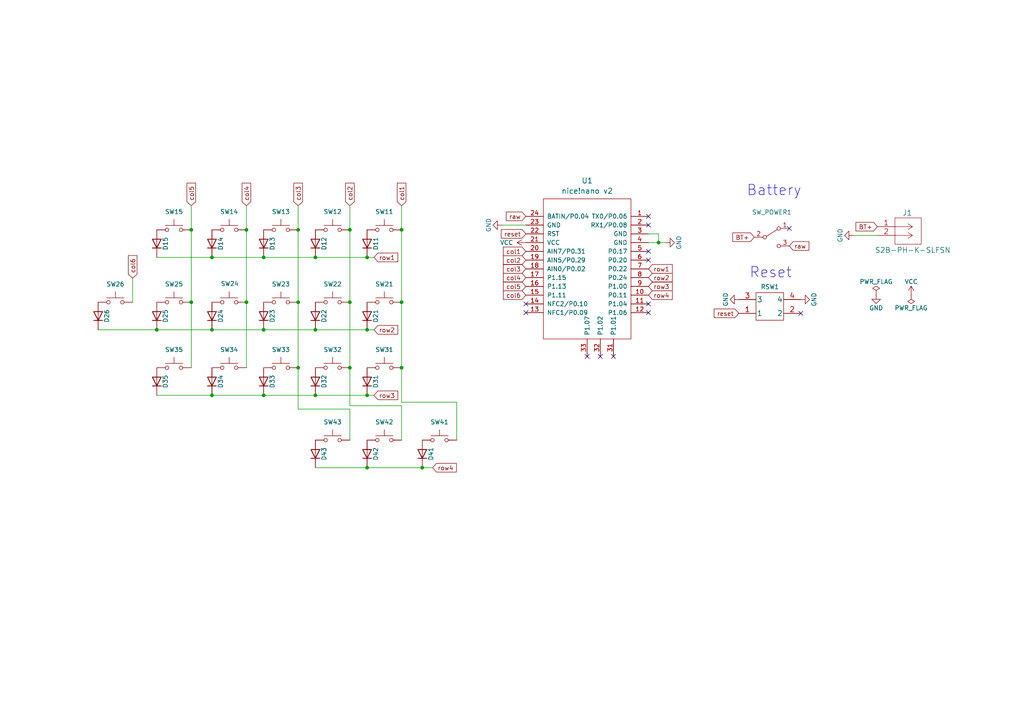
<source format=kicad_sch>
(kicad_sch (version 20211123) (generator eeschema)
  (paper "A4")
  (lib_symbols
    (symbol "D_1" (pin_numbers hide) (pin_names (offset 1.016) hide)
      (property "Reference" "D" (at 0 2.54 0))
      (property "Value" "D_1" (at 0 -2.54 0))
      (symbol "D_1_0_1"
        (polyline (pts (xy -1.27 1.27) (xy -1.27 -1.27)) (stroke (width 0.254)))
        (polyline (pts (xy 1.27 0) (xy -1.27 0)))
        (polyline (pts (xy 1.27 1.27) (xy 1.27 -1.27) (xy -1.27 0) (xy 1.27 1.27)) (stroke (width 0.254)))
      )
      (symbol "D_1_1_1"
        (pin passive line (at -4 0 0) (length 2.75) (name "K") (number "1"))
        (pin passive line (at 4 0 180) (length 2.75) (name "A") (number "2"))
      )
    )
    (symbol "D_10" (pin_numbers hide) (pin_names (offset 1.016) hide)
      (property "Reference" "D" (at 0 2.54 0))
      (property "Value" "D_10" (at 0 -2.54 0))
      (symbol "D_10_0_1"
        (polyline (pts (xy -1.27 1.27) (xy -1.27 -1.27)) (stroke (width 0.254)))
        (polyline (pts (xy 1.27 0) (xy -1.27 0)))
        (polyline (pts (xy 1.27 1.27) (xy 1.27 -1.27) (xy -1.27 0) (xy 1.27 1.27)) (stroke (width 0.254)))
      )
      (symbol "D_10_1_1"
        (pin passive line (at -4 0 0) (length 2.75) (name "K") (number "1"))
        (pin passive line (at 4 0 180) (length 2.75) (name "A") (number "2"))
      )
    )
    (symbol "D_11" (pin_numbers hide) (pin_names (offset 1.016) hide)
      (property "Reference" "D" (at 0 2.54 0))
      (property "Value" "D_11" (at 0 -2.54 0))
      (symbol "D_11_0_1"
        (polyline (pts (xy -1.27 1.27) (xy -1.27 -1.27)) (stroke (width 0.254)))
        (polyline (pts (xy 1.27 0) (xy -1.27 0)))
        (polyline (pts (xy 1.27 1.27) (xy 1.27 -1.27) (xy -1.27 0) (xy 1.27 1.27)) (stroke (width 0.254)))
      )
      (symbol "D_11_1_1"
        (pin passive line (at -4 0 0) (length 2.75) (name "K") (number "1"))
        (pin passive line (at 4 0 180) (length 2.75) (name "A") (number "2"))
      )
    )
    (symbol "D_12" (pin_numbers hide) (pin_names (offset 1.016) hide)
      (property "Reference" "D" (at 0 2.54 0))
      (property "Value" "D_12" (at 0 -2.54 0))
      (symbol "D_12_0_1"
        (polyline (pts (xy -1.27 1.27) (xy -1.27 -1.27)) (stroke (width 0.254)))
        (polyline (pts (xy 1.27 0) (xy -1.27 0)))
        (polyline (pts (xy 1.27 1.27) (xy 1.27 -1.27) (xy -1.27 0) (xy 1.27 1.27)) (stroke (width 0.254)))
      )
      (symbol "D_12_1_1"
        (pin passive line (at -4 0 0) (length 2.75) (name "K") (number "1"))
        (pin passive line (at 4 0 180) (length 2.75) (name "A") (number "2"))
      )
    )
    (symbol "D_13" (pin_numbers hide) (pin_names (offset 1.016) hide)
      (property "Reference" "D" (at 0 2.54 0))
      (property "Value" "D_13" (at 0 -2.54 0))
      (symbol "D_13_0_1"
        (polyline (pts (xy -1.27 1.27) (xy -1.27 -1.27)) (stroke (width 0.254)))
        (polyline (pts (xy 1.27 0) (xy -1.27 0)))
        (polyline (pts (xy 1.27 1.27) (xy 1.27 -1.27) (xy -1.27 0) (xy 1.27 1.27)) (stroke (width 0.254)))
      )
      (symbol "D_13_1_1"
        (pin passive line (at -4 0 0) (length 2.75) (name "K") (number "1"))
        (pin passive line (at 4 0 180) (length 2.75) (name "A") (number "2"))
      )
    )
    (symbol "D_14" (pin_numbers hide) (pin_names (offset 1.016) hide)
      (property "Reference" "D" (at 0 2.54 0))
      (property "Value" "D_14" (at 0 -2.54 0))
      (symbol "D_14_0_1"
        (polyline (pts (xy -1.27 1.27) (xy -1.27 -1.27)) (stroke (width 0.254)))
        (polyline (pts (xy 1.27 0) (xy -1.27 0)))
        (polyline (pts (xy 1.27 1.27) (xy 1.27 -1.27) (xy -1.27 0) (xy 1.27 1.27)) (stroke (width 0.254)))
      )
      (symbol "D_14_1_1"
        (pin passive line (at -4 0 0) (length 2.75) (name "K") (number "1"))
        (pin passive line (at 4 0 180) (length 2.75) (name "A") (number "2"))
      )
    )
    (symbol "D_15" (pin_numbers hide) (pin_names (offset 1.016) hide)
      (property "Reference" "D" (at 0 2.54 0))
      (property "Value" "D_15" (at 0 -2.54 0))
      (symbol "D_15_0_1"
        (polyline (pts (xy -1.27 1.27) (xy -1.27 -1.27)) (stroke (width 0.254)))
        (polyline (pts (xy 1.27 0) (xy -1.27 0)))
        (polyline (pts (xy 1.27 1.27) (xy 1.27 -1.27) (xy -1.27 0) (xy 1.27 1.27)) (stroke (width 0.254)))
      )
      (symbol "D_15_1_1"
        (pin passive line (at -4 0 0) (length 2.75) (name "K") (number "1"))
        (pin passive line (at 4 0 180) (length 2.75) (name "A") (number "2"))
      )
    )
    (symbol "D_16" (pin_numbers hide) (pin_names (offset 1.016) hide)
      (property "Reference" "D" (at 0 2.54 0))
      (property "Value" "D_16" (at 0 -2.54 0))
      (symbol "D_16_0_1"
        (polyline (pts (xy -1.27 1.27) (xy -1.27 -1.27)) (stroke (width 0.254)))
        (polyline (pts (xy 1.27 0) (xy -1.27 0)))
        (polyline (pts (xy 1.27 1.27) (xy 1.27 -1.27) (xy -1.27 0) (xy 1.27 1.27)) (stroke (width 0.254)))
      )
      (symbol "D_16_1_1"
        (pin passive line (at -4 0 0) (length 2.75) (name "K") (number "1"))
        (pin passive line (at 4 0 180) (length 2.75) (name "A") (number "2"))
      )
    )
    (symbol "D_17" (pin_numbers hide) (pin_names (offset 1.016) hide)
      (property "Reference" "D" (at 0 2.54 0))
      (property "Value" "D_17" (at 0 -2.54 0))
      (symbol "D_17_0_1"
        (polyline (pts (xy -1.27 1.27) (xy -1.27 -1.27)) (stroke (width 0.254)))
        (polyline (pts (xy 1.27 0) (xy -1.27 0)))
        (polyline (pts (xy 1.27 1.27) (xy 1.27 -1.27) (xy -1.27 0) (xy 1.27 1.27)) (stroke (width 0.254)))
      )
      (symbol "D_17_1_1"
        (pin passive line (at -4 0 0) (length 2.75) (name "K") (number "1"))
        (pin passive line (at 4 0 180) (length 2.75) (name "A") (number "2"))
      )
    )
    (symbol "D_18" (pin_numbers hide) (pin_names (offset 1.016) hide)
      (property "Reference" "D" (at 0 2.54 0))
      (property "Value" "D_18" (at 0 -2.54 0))
      (symbol "D_18_0_1"
        (polyline (pts (xy -1.27 1.27) (xy -1.27 -1.27)) (stroke (width 0.254)))
        (polyline (pts (xy 1.27 0) (xy -1.27 0)))
        (polyline (pts (xy 1.27 1.27) (xy 1.27 -1.27) (xy -1.27 0) (xy 1.27 1.27)) (stroke (width 0.254)))
      )
      (symbol "D_18_1_1"
        (pin passive line (at -4 0 0) (length 2.75) (name "K") (number "1"))
        (pin passive line (at 4 0 180) (length 2.75) (name "A") (number "2"))
      )
    )
    (symbol "D_2" (pin_numbers hide) (pin_names (offset 1.016) hide)
      (property "Reference" "D" (at 0 2.54 0))
      (property "Value" "D_2" (at 0 -2.54 0))
      (symbol "D_2_0_1"
        (polyline (pts (xy -1.27 1.27) (xy -1.27 -1.27)) (stroke (width 0.254)))
        (polyline (pts (xy 1.27 0) (xy -1.27 0)))
        (polyline (pts (xy 1.27 1.27) (xy 1.27 -1.27) (xy -1.27 0) (xy 1.27 1.27)) (stroke (width 0.254)))
      )
      (symbol "D_2_1_1"
        (pin passive line (at -4 0 0) (length 2.75) (name "K") (number "1"))
        (pin passive line (at 4 0 180) (length 2.75) (name "A") (number "2"))
      )
    )
    (symbol "D_3" (pin_numbers hide) (pin_names (offset 1.016) hide)
      (property "Reference" "D" (at 0 2.54 0))
      (property "Value" "D_3" (at 0 -2.54 0))
      (symbol "D_3_0_1"
        (polyline (pts (xy -1.27 1.27) (xy -1.27 -1.27)) (stroke (width 0.254)))
        (polyline (pts (xy 1.27 0) (xy -1.27 0)))
        (polyline (pts (xy 1.27 1.27) (xy 1.27 -1.27) (xy -1.27 0) (xy 1.27 1.27)) (stroke (width 0.254)))
      )
      (symbol "D_3_1_1"
        (pin passive line (at -4 0 0) (length 2.75) (name "K") (number "1"))
        (pin passive line (at 4 0 180) (length 2.75) (name "A") (number "2"))
      )
    )
    (symbol "D_4" (pin_numbers hide) (pin_names (offset 1.016) hide)
      (property "Reference" "D" (at 0 2.54 0))
      (property "Value" "D_4" (at 0 -2.54 0))
      (symbol "D_4_0_1"
        (polyline (pts (xy -1.27 1.27) (xy -1.27 -1.27)) (stroke (width 0.254)))
        (polyline (pts (xy 1.27 0) (xy -1.27 0)))
        (polyline (pts (xy 1.27 1.27) (xy 1.27 -1.27) (xy -1.27 0) (xy 1.27 1.27)) (stroke (width 0.254)))
      )
      (symbol "D_4_1_1"
        (pin passive line (at -4 0 0) (length 2.75) (name "K") (number "1"))
        (pin passive line (at 4 0 180) (length 2.75) (name "A") (number "2"))
      )
    )
    (symbol "D_5" (pin_numbers hide) (pin_names (offset 1.016) hide)
      (property "Reference" "D" (at 0 2.54 0))
      (property "Value" "D_5" (at 0 -2.54 0))
      (symbol "D_5_0_1"
        (polyline (pts (xy -1.27 1.27) (xy -1.27 -1.27)) (stroke (width 0.254)))
        (polyline (pts (xy 1.27 0) (xy -1.27 0)))
        (polyline (pts (xy 1.27 1.27) (xy 1.27 -1.27) (xy -1.27 0) (xy 1.27 1.27)) (stroke (width 0.254)))
      )
      (symbol "D_5_1_1"
        (pin passive line (at -4 0 0) (length 2.75) (name "K") (number "1"))
        (pin passive line (at 4 0 180) (length 2.75) (name "A") (number "2"))
      )
    )
    (symbol "D_6" (pin_numbers hide) (pin_names (offset 1.016) hide)
      (property "Reference" "D" (at 0 2.54 0))
      (property "Value" "D_6" (at 0 -2.54 0))
      (symbol "D_6_0_1"
        (polyline (pts (xy -1.27 1.27) (xy -1.27 -1.27)) (stroke (width 0.254)))
        (polyline (pts (xy 1.27 0) (xy -1.27 0)))
        (polyline (pts (xy 1.27 1.27) (xy 1.27 -1.27) (xy -1.27 0) (xy 1.27 1.27)) (stroke (width 0.254)))
      )
      (symbol "D_6_1_1"
        (pin passive line (at -4 0 0) (length 2.75) (name "K") (number "1"))
        (pin passive line (at 4 0 180) (length 2.75) (name "A") (number "2"))
      )
    )
    (symbol "D_7" (pin_numbers hide) (pin_names (offset 1.016) hide)
      (property "Reference" "D" (at 0 2.54 0))
      (property "Value" "D_7" (at 0 -2.54 0))
      (symbol "D_7_0_1"
        (polyline (pts (xy -1.27 1.27) (xy -1.27 -1.27)) (stroke (width 0.254)))
        (polyline (pts (xy 1.27 0) (xy -1.27 0)))
        (polyline (pts (xy 1.27 1.27) (xy 1.27 -1.27) (xy -1.27 0) (xy 1.27 1.27)) (stroke (width 0.254)))
      )
      (symbol "D_7_1_1"
        (pin passive line (at -4 0 0) (length 2.75) (name "K") (number "1"))
        (pin passive line (at 4 0 180) (length 2.75) (name "A") (number "2"))
      )
    )
    (symbol "D_8" (pin_numbers hide) (pin_names (offset 1.016) hide)
      (property "Reference" "D" (at 0 2.54 0))
      (property "Value" "D_8" (at 0 -2.54 0))
      (symbol "D_8_0_1"
        (polyline (pts (xy -1.27 1.27) (xy -1.27 -1.27)) (stroke (width 0.254)))
        (polyline (pts (xy 1.27 0) (xy -1.27 0)))
        (polyline (pts (xy 1.27 1.27) (xy 1.27 -1.27) (xy -1.27 0) (xy 1.27 1.27)) (stroke (width 0.254)))
      )
      (symbol "D_8_1_1"
        (pin passive line (at -4 0 0) (length 2.75) (name "K") (number "1"))
        (pin passive line (at 4 0 180) (length 2.75) (name "A") (number "2"))
      )
    )
    (symbol "D_9" (pin_numbers hide) (pin_names (offset 1.016) hide)
      (property "Reference" "D" (at 0 2.54 0))
      (property "Value" "D_9" (at 0 -2.54 0))
      (symbol "D_9_0_1"
        (polyline (pts (xy -1.27 1.27) (xy -1.27 -1.27)) (stroke (width 0.254)))
        (polyline (pts (xy 1.27 0) (xy -1.27 0)))
        (polyline (pts (xy 1.27 1.27) (xy 1.27 -1.27) (xy -1.27 0) (xy 1.27 1.27)) (stroke (width 0.254)))
      )
      (symbol "D_9_1_1"
        (pin passive line (at -4 0 0) (length 2.75) (name "K") (number "1"))
        (pin passive line (at 4 0 180) (length 2.75) (name "A") (number "2"))
      )
    )
    (symbol "Device:D" (pin_numbers hide) (pin_names (offset 1.016) hide)
      (property "Reference" "D" (at 0 2.54 0))
      (property "Value" "D" (at 0 -2.54 0))
      (symbol "D_0_1"
        (polyline (pts (xy -1.27 1.27) (xy -1.27 -1.27)) (stroke (width 0.254)))
        (polyline (pts (xy 1.27 0) (xy -1.27 0)))
        (polyline (pts (xy 1.27 1.27) (xy 1.27 -1.27) (xy -1.27 0) (xy 1.27 1.27)) (stroke (width 0.254)))
      )
      (symbol "D_1_1"
        (pin passive line (at -4 0 0) (length 2.75) (name "K") (number "1"))
        (pin passive line (at 4 0 180) (length 2.75) (name "A") (number "2"))
      )
    )
    (symbol "SW_Push_1" (pin_numbers hide) (pin_names (offset 1.016) hide)
      (property "Reference" "SW" (at 1.27 2.54 0))
      (property "Value" "SW_Push_1" (at 0 -1.524 0))
      (symbol "SW_Push_1_0_1"
        (circle (center -2.032 0) (radius 0.508))
        (polyline (pts (xy 0 1.27) (xy 0 3.048)))
        (polyline (pts (xy 2.54 1.27) (xy -2.54 1.27)))
        (circle (center 2.032 0) (radius 0.508))
        (pin passive line (at -5 0 0) (length 2.5) (name "1") (number "1"))
        (pin passive line (at 5 0 180) (length 2.5) (name "2") (number "2"))
      )
    )
    (symbol "SW_Push_10" (pin_numbers hide) (pin_names (offset 1.016) hide)
      (property "Reference" "SW" (at 1.27 2.54 0))
      (property "Value" "SW_Push_10" (at 0 -1.524 0))
      (symbol "SW_Push_10_0_1"
        (circle (center -2.032 0) (radius 0.508))
        (polyline (pts (xy 0 1.27) (xy 0 3.048)))
        (polyline (pts (xy 2.54 1.27) (xy -2.54 1.27)))
        (circle (center 2.032 0) (radius 0.508))
        (pin passive line (at -5 0 0) (length 2.5) (name "1") (number "1"))
        (pin passive line (at 5 0 180) (length 2.5) (name "2") (number "2"))
      )
    )
    (symbol "SW_Push_11" (pin_numbers hide) (pin_names (offset 1.016) hide)
      (property "Reference" "SW" (at 1.27 2.54 0))
      (property "Value" "SW_Push_11" (at 0 -1.524 0))
      (symbol "SW_Push_11_0_1"
        (circle (center -2.032 0) (radius 0.508))
        (polyline (pts (xy 0 1.27) (xy 0 3.048)))
        (polyline (pts (xy 2.54 1.27) (xy -2.54 1.27)))
        (circle (center 2.032 0) (radius 0.508))
        (pin passive line (at -5 0 0) (length 2.5) (name "1") (number "1"))
        (pin passive line (at 5 0 180) (length 2.5) (name "2") (number "2"))
      )
    )
    (symbol "SW_Push_12" (pin_numbers hide) (pin_names (offset 1.016) hide)
      (property "Reference" "SW" (at 1.27 2.54 0))
      (property "Value" "SW_Push_12" (at 0 -1.524 0))
      (symbol "SW_Push_12_0_1"
        (circle (center -2.032 0) (radius 0.508))
        (polyline (pts (xy 0 1.27) (xy 0 3.048)))
        (polyline (pts (xy 2.54 1.27) (xy -2.54 1.27)))
        (circle (center 2.032 0) (radius 0.508))
        (pin passive line (at -5 0 0) (length 2.5) (name "1") (number "1"))
        (pin passive line (at 5 0 180) (length 2.5) (name "2") (number "2"))
      )
    )
    (symbol "SW_Push_13" (pin_numbers hide) (pin_names (offset 1.016) hide)
      (property "Reference" "SW" (at 1.27 2.54 0))
      (property "Value" "SW_Push_13" (at 0 -1.524 0))
      (symbol "SW_Push_13_0_1"
        (circle (center -2.032 0) (radius 0.508))
        (polyline (pts (xy 0 1.27) (xy 0 3.048)))
        (polyline (pts (xy 2.54 1.27) (xy -2.54 1.27)))
        (circle (center 2.032 0) (radius 0.508))
        (pin passive line (at -5 0 0) (length 2.5) (name "1") (number "1"))
        (pin passive line (at 5 0 180) (length 2.5) (name "2") (number "2"))
      )
    )
    (symbol "SW_Push_14" (pin_numbers hide) (pin_names (offset 1.016) hide)
      (property "Reference" "SW" (at 1.27 2.54 0))
      (property "Value" "SW_Push_14" (at 0 -1.524 0))
      (symbol "SW_Push_14_0_1"
        (circle (center -2.032 0) (radius 0.508))
        (polyline (pts (xy 0 1.27) (xy 0 3.048)))
        (polyline (pts (xy 2.54 1.27) (xy -2.54 1.27)))
        (circle (center 2.032 0) (radius 0.508))
        (pin passive line (at -5 0 0) (length 2.5) (name "1") (number "1"))
        (pin passive line (at 5 0 180) (length 2.5) (name "2") (number "2"))
      )
    )
    (symbol "SW_Push_15" (pin_numbers hide) (pin_names (offset 1.016) hide)
      (property "Reference" "SW" (at 1.27 2.54 0))
      (property "Value" "SW_Push_15" (at 0 -1.524 0))
      (symbol "SW_Push_15_0_1"
        (circle (center -2.032 0) (radius 0.508))
        (polyline (pts (xy 0 1.27) (xy 0 3.048)))
        (polyline (pts (xy 2.54 1.27) (xy -2.54 1.27)))
        (circle (center 2.032 0) (radius 0.508))
        (pin passive line (at -5 0 0) (length 2.5) (name "1") (number "1"))
        (pin passive line (at 5 0 180) (length 2.5) (name "2") (number "2"))
      )
    )
    (symbol "SW_Push_16" (pin_numbers hide) (pin_names (offset 1.016) hide)
      (property "Reference" "SW" (at 1.27 2.54 0))
      (property "Value" "SW_Push_16" (at 0 -1.524 0))
      (symbol "SW_Push_16_0_1"
        (circle (center -2.032 0) (radius 0.508))
        (polyline (pts (xy 0 1.27) (xy 0 3.048)))
        (polyline (pts (xy 2.54 1.27) (xy -2.54 1.27)))
        (circle (center 2.032 0) (radius 0.508))
        (pin passive line (at -5 0 0) (length 2.5) (name "1") (number "1"))
        (pin passive line (at 5 0 180) (length 2.5) (name "2") (number "2"))
      )
    )
    (symbol "SW_Push_17" (pin_numbers hide) (pin_names (offset 1.016) hide)
      (property "Reference" "SW" (at 1.27 2.54 0))
      (property "Value" "SW_Push_17" (at 0 -1.524 0))
      (symbol "SW_Push_17_0_1"
        (circle (center -2.032 0) (radius 0.508))
        (polyline (pts (xy 0 1.27) (xy 0 3.048)))
        (polyline (pts (xy 2.54 1.27) (xy -2.54 1.27)))
        (circle (center 2.032 0) (radius 0.508))
        (pin passive line (at -5 0 0) (length 2.5) (name "1") (number "1"))
        (pin passive line (at 5 0 180) (length 2.5) (name "2") (number "2"))
      )
    )
    (symbol "SW_Push_18" (pin_numbers hide) (pin_names (offset 1.016) hide)
      (property "Reference" "SW" (at 1.27 2.54 0))
      (property "Value" "SW_Push_18" (at 0 -1.524 0))
      (symbol "SW_Push_18_0_1"
        (circle (center -2.032 0) (radius 0.508))
        (polyline (pts (xy 0 1.27) (xy 0 3.048)))
        (polyline (pts (xy 2.54 1.27) (xy -2.54 1.27)))
        (circle (center 2.032 0) (radius 0.508))
        (pin passive line (at -5 0 0) (length 2.5) (name "1") (number "1"))
        (pin passive line (at 5 0 180) (length 2.5) (name "2") (number "2"))
      )
    )
    (symbol "SW_Push_19" (pin_numbers hide) (pin_names (offset 1.016) hide)
      (property "Reference" "SW" (at 1.27 2.54 0))
      (property "Value" "SW_Push_19" (at 0 -1.524 0))
      (symbol "SW_Push_19_0_1"
        (circle (center -2.032 0) (radius 0.508))
        (polyline (pts (xy 0 1.27) (xy 0 3.048)))
        (polyline (pts (xy 2.54 1.27) (xy -2.54 1.27)))
        (circle (center 2.032 0) (radius 0.508))
        (pin passive line (at -5 0 0) (length 2.5) (name "1") (number "1"))
        (pin passive line (at 5 0 180) (length 2.5) (name "2") (number "2"))
      )
    )
    (symbol "SW_Push_2" (pin_numbers hide) (pin_names (offset 1.016) hide)
      (property "Reference" "SW" (at 1.27 2.54 0))
      (property "Value" "SW_Push_2" (at 0 -1.524 0))
      (symbol "SW_Push_2_0_1"
        (circle (center -2.032 0) (radius 0.508))
        (polyline (pts (xy 0 1.27) (xy 0 3.048)))
        (polyline (pts (xy 2.54 1.27) (xy -2.54 1.27)))
        (circle (center 2.032 0) (radius 0.508))
        (pin passive line (at -5 0 0) (length 2.5) (name "1") (number "1"))
        (pin passive line (at 5 0 180) (length 2.5) (name "2") (number "2"))
      )
    )
    (symbol "SW_Push_3" (pin_numbers hide) (pin_names (offset 1.016) hide)
      (property "Reference" "SW" (at 1.27 2.54 0))
      (property "Value" "SW_Push_3" (at 0 -1.524 0))
      (symbol "SW_Push_3_0_1"
        (circle (center -2.032 0) (radius 0.508))
        (polyline (pts (xy 0 1.27) (xy 0 3.048)))
        (polyline (pts (xy 2.54 1.27) (xy -2.54 1.27)))
        (circle (center 2.032 0) (radius 0.508))
        (pin passive line (at -5 0 0) (length 2.5) (name "1") (number "1"))
        (pin passive line (at 5 0 180) (length 2.5) (name "2") (number "2"))
      )
    )
    (symbol "SW_Push_4" (pin_numbers hide) (pin_names (offset 1.016) hide)
      (property "Reference" "SW" (at 1.27 2.54 0))
      (property "Value" "SW_Push_4" (at 0 -1.524 0))
      (symbol "SW_Push_4_0_1"
        (circle (center -2.032 0) (radius 0.508))
        (polyline (pts (xy 0 1.27) (xy 0 3.048)))
        (polyline (pts (xy 2.54 1.27) (xy -2.54 1.27)))
        (circle (center 2.032 0) (radius 0.508))
        (pin passive line (at -5 0 0) (length 2.5) (name "1") (number "1"))
        (pin passive line (at 5 0 180) (length 2.5) (name "2") (number "2"))
      )
    )
    (symbol "SW_Push_5" (pin_numbers hide) (pin_names (offset 1.016) hide)
      (property "Reference" "SW" (at 1.27 2.54 0))
      (property "Value" "SW_Push_5" (at 0 -1.524 0))
      (symbol "SW_Push_5_0_1"
        (circle (center -2.032 0) (radius 0.508))
        (polyline (pts (xy 0 1.27) (xy 0 3.048)))
        (polyline (pts (xy 2.54 1.27) (xy -2.54 1.27)))
        (circle (center 2.032 0) (radius 0.508))
        (pin passive line (at -5 0 0) (length 2.5) (name "1") (number "1"))
        (pin passive line (at 5 0 180) (length 2.5) (name "2") (number "2"))
      )
    )
    (symbol "SW_Push_6" (pin_numbers hide) (pin_names (offset 1.016) hide)
      (property "Reference" "SW" (at 1.27 2.54 0))
      (property "Value" "SW_Push_6" (at 0 -1.524 0))
      (symbol "SW_Push_6_0_1"
        (circle (center -2.032 0) (radius 0.508))
        (polyline (pts (xy 0 1.27) (xy 0 3.048)))
        (polyline (pts (xy 2.54 1.27) (xy -2.54 1.27)))
        (circle (center 2.032 0) (radius 0.508))
        (pin passive line (at -5 0 0) (length 2.5) (name "1") (number "1"))
        (pin passive line (at 5 0 180) (length 2.5) (name "2") (number "2"))
      )
    )
    (symbol "SW_Push_7" (pin_numbers hide) (pin_names (offset 1.016) hide)
      (property "Reference" "SW" (at 1.27 2.54 0))
      (property "Value" "SW_Push_7" (at 0 -1.524 0))
      (symbol "SW_Push_7_0_1"
        (circle (center -2.032 0) (radius 0.508))
        (polyline (pts (xy 0 1.27) (xy 0 3.048)))
        (polyline (pts (xy 2.54 1.27) (xy -2.54 1.27)))
        (circle (center 2.032 0) (radius 0.508))
        (pin passive line (at -5 0 0) (length 2.5) (name "1") (number "1"))
        (pin passive line (at 5 0 180) (length 2.5) (name "2") (number "2"))
      )
    )
    (symbol "SW_Push_8" (pin_numbers hide) (pin_names (offset 1.016) hide)
      (property "Reference" "SW" (at 1.27 2.54 0))
      (property "Value" "SW_Push_8" (at 0 -1.524 0))
      (symbol "SW_Push_8_0_1"
        (circle (center -2.032 0) (radius 0.508))
        (polyline (pts (xy 0 1.27) (xy 0 3.048)))
        (polyline (pts (xy 2.54 1.27) (xy -2.54 1.27)))
        (circle (center 2.032 0) (radius 0.508))
        (pin passive line (at -5 0 0) (length 2.5) (name "1") (number "1"))
        (pin passive line (at 5 0 180) (length 2.5) (name "2") (number "2"))
      )
    )
    (symbol "SW_Push_9" (pin_numbers hide) (pin_names (offset 1.016) hide)
      (property "Reference" "SW" (at 1.27 2.54 0))
      (property "Value" "SW_Push_9" (at 0 -1.524 0))
      (symbol "SW_Push_9_0_1"
        (circle (center -2.032 0) (radius 0.508))
        (polyline (pts (xy 0 1.27) (xy 0 3.048)))
        (polyline (pts (xy 2.54 1.27) (xy -2.54 1.27)))
        (circle (center 2.032 0) (radius 0.508))
        (pin passive line (at -5 0 0) (length 2.5) (name "1") (number "1"))
        (pin passive line (at 5 0 180) (length 2.5) (name "2") (number "2"))
      )
    )
    (symbol "Switch:SW_SPDT" (pin_names (offset 0) hide)
      (property "Reference" "SW" (at 0 4.318 0))
      (property "Value" "SW_SPDT" (at 0 -5.08 0))
      (symbol "SW_SPDT_0_0"
        (circle (center -2.032 0) (radius 0.508))
        (circle (center 2.032 -2.54) (radius 0.508))
      )
      (symbol "SW_SPDT_0_1"
        (polyline (pts (xy -1.524 0.254) (xy 1.651 2.286)))
        (circle (center 2.032 2.54) (radius 0.508))
      )
      (symbol "SW_SPDT_1_1"
        (pin passive line (at 5.08 2.54 180) (length 2.54) (name "A") (number "1"))
        (pin passive line (at -5.08 0 0) (length 2.54) (name "B") (number "2"))
        (pin passive line (at 5.08 -2.54 180) (length 2.54) (name "C") (number "3"))
      )
    )
    (symbol "karn-symbols:battery-connector-S2B-PH-K-SLFSN" (pin_names (offset 0.254) hide)
      (property "Reference" "J" (at 8.89 6.35 0))
      (property "Value" "battery-connector-S2B-PH-K-SLFSN" (at 9 4 0))
      (symbol "battery-connector-S2B-PH-K-SLFSN_1_1"
        (polyline (pts (xy 5.08 -5.08) (xy 12.7 -5.08)) (stroke (width 0.127)))
        (polyline (pts (xy 5.08 2.54) (xy 5.08 -5.08)) (stroke (width 0.127)))
        (polyline (pts (xy 10.16 -2.54) (xy 5.08 -2.54)) (stroke (width 0.127)))
        (polyline (pts (xy 10.16 -2.54) (xy 8.89 -3.3782)) (stroke (width 0.127)))
        (polyline (pts (xy 10.16 -2.54) (xy 8.89 -1.7018)) (stroke (width 0.127)))
        (polyline (pts (xy 10.16 0) (xy 5.08 0)) (stroke (width 0.127)))
        (polyline (pts (xy 10.16 0) (xy 8.89 -0.8382)) (stroke (width 0.127)))
        (polyline (pts (xy 10.16 0) (xy 8.89 0.8382)) (stroke (width 0.127)))
        (polyline (pts (xy 12.7 -5.08) (xy 12.7 2.54)) (stroke (width 0.127)))
        (polyline (pts (xy 12.7 2.54) (xy 5.08 2.54)) (stroke (width 0.127)))
        (pin power_out line (at 0 0 0) (length 5.08) (name "1") (number "1"))
        (pin power_in line (at 0 -2.54 0) (length 5.08) (name "2") (number "2"))
      )
    )
    (symbol "karn-symbols:nice_nano" (pin_names (offset 1.016))
      (property "Reference" "U" (at 0 0 0))
      (property "Value" "nice_nano" (at 0 2.54 0))
      (symbol "nice_nano_0_1"
        (rectangle (start -12.7 -21.59) (end 12.7 19.05))
      )
      (symbol "nice_nano_1_1"
        (pin bidirectional line (at -17.78 13.97 0) (length 5.08) (name "TX0/P0.06") (number "1"))
        (pin bidirectional line (at -17.78 -8.89 0) (length 5.08) (name "P0.11") (number "10"))
        (pin bidirectional line (at -17.78 -11.43 0) (length 5.08) (name "P1.04") (number "11"))
        (pin bidirectional line (at -17.78 -13.97 0) (length 5.08) (name "P1.06") (number "12"))
        (pin bidirectional line (at 17.78 -13.97 180) (length 5.08) (name "NFC1/P0.09") (number "13"))
        (pin bidirectional line (at 17.78 -11.43 180) (length 5.08) (name "NFC2/P0.10") (number "14"))
        (pin bidirectional line (at 17.78 -8.89 180) (length 5.08) (name "P1.11") (number "15"))
        (pin bidirectional line (at 17.78 -6.35 180) (length 5.08) (name "P1.13") (number "16"))
        (pin bidirectional line (at 17.78 -3.81 180) (length 5.08) (name "P1.15") (number "17"))
        (pin bidirectional line (at 17.78 -1.27 180) (length 5.08) (name "AIN0/P0.02") (number "18"))
        (pin bidirectional line (at 17.78 1.27 180) (length 5.08) (name "AIN5/P0.29") (number "19"))
        (pin bidirectional line (at -17.78 11.43 0) (length 5.08) (name "RX1/P0.08") (number "2"))
        (pin bidirectional line (at 17.78 3.81 180) (length 5.08) (name "AIN7/P0.31") (number "20"))
        (pin power_in line (at 17.78 6.35 180) (length 5.08) (name "VCC") (number "21"))
        (pin input line (at 17.78 8.89 180) (length 5.08) (name "RST") (number "22"))
        (pin power_in line (at 17.78 11.43 180) (length 5.08) (name "GND") (number "23"))
        (pin power_out line (at 17.78 13.97 180) (length 5.08) (name "BATIN/P0.04") (number "24"))
        (pin power_in line (at -17.78 8.89 0) (length 5.08) (name "GND") (number "3"))
        (pin input line (at -7.62 -26.67 90) (length 5.08) (name "P1.01") (number "31"))
        (pin input line (at -3.81 -26.67 90) (length 5.08) (name "P1.02") (number "32"))
        (pin input line (at 0 -26.67 90) (length 5.08) (name "P1.07") (number "33"))
        (pin power_in line (at -17.78 6.35 0) (length 5.08) (name "GND") (number "4"))
        (pin bidirectional line (at -17.78 3.81 0) (length 5.08) (name "P0.17") (number "5"))
        (pin bidirectional line (at -17.78 1.27 0) (length 5.08) (name "P0.20") (number "6"))
        (pin bidirectional line (at -17.78 -1.27 0) (length 5.08) (name "P0.22") (number "7"))
        (pin bidirectional line (at -17.78 -3.81 0) (length 5.08) (name "P0.24") (number "8"))
        (pin bidirectional line (at -17.78 -6.35 0) (length 5.08) (name "P1.00") (number "9"))
      )
    )
    (symbol "karn-symbols:reset-switch-TL3313AF250QG" (pin_names (offset 0.254))
      (property "Reference" "U" (at -2 9 0))
      (property "Value" "reset-switch-TL3313AF250QG" (at 0 6 0))
      (symbol "reset-switch-TL3313AF250QG_0_1"
        (rectangle (start -4 4) (end 4 -4))
      )
      (symbol "reset-switch-TL3313AF250QG_1_1"
        (pin passive line (at -9 -2 0) (length 5) (name "1") (number "1"))
        (pin passive line (at 9 -2 180) (length 5) (name "2") (number "2"))
        (pin passive line (at -9 2 0) (length 5) (name "3") (number "3"))
        (pin passive line (at 9 2 180) (length 5) (name "4") (number "4"))
      )
    )
    (symbol "power:GND" (power) (pin_names (offset 0))
      (property "Value" "GND" (at 0 -3.81 0))
      (symbol "GND_0_1"
        (polyline (pts (xy 0 0) (xy 0 -1.27) (xy 1.27 -1.27) (xy 0 -2.54) (xy -1.27 -1.27) (xy 0 -1.27)))
      )
      (symbol "GND_1_1"
        (pin power_in line (at 0 0 270) (length 0) hide (name "GND") (number "1"))
      )
    )
    (symbol "power:PWR_FLAG" (power) (pin_numbers hide) (pin_names (offset 0) hide)
      (property "Value" "PWR_FLAG" (at 0 3.81 0))
      (symbol "PWR_FLAG_0_0"
        (pin power_out line (at 0 0 90) (length 0) (name "pwr") (number "1"))
      )
      (symbol "PWR_FLAG_0_1"
        (polyline (pts (xy 0 0) (xy 0 1.27) (xy -1.016 1.905) (xy 0 2.54) (xy 1.016 1.905) (xy 0 1.27)))
      )
    )
    (symbol "power:VCC" (power) (pin_names (offset 0))
      (property "Value" "VCC" (at 0 3.81 0))
      (symbol "VCC_0_1"
        (polyline (pts (xy -0.762 1.27) (xy 0 2.54)))
        (polyline (pts (xy 0 0) (xy 0 2.54)))
        (polyline (pts (xy 0 2.54) (xy 0.762 1.27)))
      )
      (symbol "VCC_1_1"
        (pin power_in line (at 0 0 90) (length 0) hide (name "VCC") (number "1"))
      )
    )
  )
  (junction (at 106.4739 74.6582))
  (junction (at 61.4739 95.6582))
  (junction (at 86.4739 87.6582))
  (junction (at 86.4739 66.6582))
  (junction (at 86.4739 106.6582))
  (junction (at 101.4739 66.6582))
  (junction (at 71.4739 66.6582))
  (junction (at 106.4739 95.6582))
  (junction (at 106.4739 135.6582))
  (junction (at 116.4739 106.6582))
  (junction (at 55.4739 87.6582))
  (junction (at 101.4739 106.6582))
  (junction (at 91.4739 114.6582))
  (junction (at 91.4739 74.6582))
  (junction (at 91.4739 95.6582))
  (junction (at 101.4739 87.6582))
  (junction (at 45.4739 95.6582))
  (junction (at 71.4739 87.6582))
  (junction (at 191.0149 70.3689))
  (junction (at 76.4739 114.6582))
  (junction (at 61.4739 74.6582))
  (junction (at 106.4739 114.6582))
  (junction (at 61.4739 114.6582))
  (junction (at 55.4739 66.6582))
  (junction (at 116.4739 87.6582))
  (junction (at 76.4739 95.6582))
  (junction (at 76.4739 74.6582))
  (junction (at 116.4739 66.6582))
  (junction (at 122.4739 135.6582))
  (no_connect (at 188.0872 75.4489))
  (no_connect (at 188.0872 65.2889))
  (no_connect (at 170.3072 103.3889))
  (no_connect (at 188.0872 88.1489))
  (no_connect (at 177.9272 103.3889))
  (no_connect (at 188.0872 90.6889))
  (no_connect (at 188.0872 72.9089))
  (no_connect (at 174.1172 103.3889))
  (no_connect (at 228.9292 66.2603))
  (no_connect (at 232.2785 90.8773))
  (no_connect (at 152.5272 90.6889))
  (no_connect (at 152.5272 88.1489))
  (no_connect (at 188.0872 62.7489))
  (wire (pts (xy 71.4739 87.6582) (xy 71.4739 106.6582)))
  (wire (pts (xy 91.4739 74.6582) (xy 76.4739 74.6582)))
  (wire (pts (xy 101.4739 127.6582) (xy 101.4739 118.6582)))
  (wire (pts (xy 61.4739 114.6582) (xy 45.4739 114.6582)))
  (wire (pts (xy 116.4739 106.6582) (xy 116.4739 116.6582)))
  (wire (pts (xy 76.4739 95.6582) (xy 61.4739 95.6582)))
  (wire (pts (xy 108.4739 114.6582) (xy 106.4739 114.6582)))
  (wire (pts (xy 125.4739 135.6582) (xy 122.4739 135.6582)))
  (wire (pts (xy 247.4891 68.2818) (xy 254.4891 68.2818)))
  (wire (pts (xy 61.4739 95.6582) (xy 45.4739 95.6582)))
  (wire (pts (xy 106.4739 114.6582) (xy 91.4739 114.6582)))
  (wire (pts (xy 101.4739 118.6582) (xy 86.4739 118.6582)))
  (wire (pts (xy 101.4739 87.6582) (xy 101.4739 106.6582)))
  (wire (pts (xy 91.4739 95.6582) (xy 76.4739 95.6582)))
  (wire (pts (xy 61.4739 74.6582) (xy 45.4739 74.6582)))
  (wire (pts (xy 55.4739 66.6582) (xy 55.4739 87.6582)))
  (wire (pts (xy 86.4739 87.6582) (xy 86.4739 106.6582)))
  (wire (pts (xy 55.4739 59.6582) (xy 55.4739 66.6582)))
  (wire (pts (xy 191.0149 67.8289) (xy 191.0149 70.3689)))
  (wire (pts (xy 106.4739 74.6582) (xy 91.4739 74.6582)))
  (wire (pts (xy 55.4739 87.6582) (xy 55.4739 106.6582)))
  (wire (pts (xy 86.4739 106.6582) (xy 86.4739 118.6582)))
  (wire (pts (xy 116.4739 87.6582) (xy 116.4739 106.6582)))
  (wire (pts (xy 38.4739 80.6582) (xy 38.4739 87.6582)))
  (wire (pts (xy 116.4739 59.6582) (xy 116.4739 66.6582)))
  (wire (pts (xy 101.4739 106.6582) (xy 101.4739 117.6582)))
  (wire (pts (xy 91.4739 114.6582) (xy 76.4739 114.6582)))
  (wire (pts (xy 76.4739 74.6582) (xy 61.4739 74.6582)))
  (wire (pts (xy 122.4739 135.6582) (xy 106.4739 135.6582)))
  (wire (pts (xy 101.4739 59.6582) (xy 101.4739 66.6582)))
  (wire (pts (xy 71.4739 66.6582) (xy 71.4739 87.6582)))
  (wire (pts (xy 188.0872 70.3689) (xy 191.0149 70.3689)))
  (wire (pts (xy 45.4739 95.6582) (xy 28.4739 95.6582)))
  (wire (pts (xy 145.5272 65.2889) (xy 152.5272 65.2889)))
  (wire (pts (xy 116.4739 66.6582) (xy 116.4739 87.6582)))
  (wire (pts (xy 132.4739 127.6582) (xy 132.4739 116.6582)))
  (wire (pts (xy 86.4739 59.6582) (xy 86.4739 66.6582)))
  (wire (pts (xy 86.4739 66.6582) (xy 86.4739 87.6582)))
  (wire (pts (xy 188.0872 67.8289) (xy 191.0149 67.8289)))
  (wire (pts (xy 132.4739 116.6582) (xy 116.4739 116.6582)))
  (wire (pts (xy 116.4739 127.6582) (xy 116.4739 117.6582)))
  (wire (pts (xy 108.4739 74.6582) (xy 106.4739 74.6582)))
  (wire (pts (xy 108.4739 95.6582) (xy 106.4739 95.6582)))
  (wire (pts (xy 101.4739 66.6582) (xy 101.4739 87.6582)))
  (wire (pts (xy 116.4739 117.6582) (xy 101.4739 117.6582)))
  (wire (pts (xy 191.0149 70.3689) (xy 193.0872 70.3689)))
  (wire (pts (xy 71.4739 59.6582) (xy 71.4739 66.6582)))
  (wire (pts (xy 76.4739 114.6582) (xy 61.4739 114.6582)))
  (wire (pts (xy 106.4739 135.6582) (xy 91.4739 135.6582)))
  (wire (pts (xy 106.4739 95.6582) (xy 91.4739 95.6582)))
  (text "Reset" (at 217.3077 80.9088 0) (effects (font (size 2.9972 2.9972)) (justify left bottom)))
  (text "Battery" (at 216.4901 57.0746 0) (effects (font (size 3 3)) (justify left bottom)))
  (global_label "BT+" (shape input) (at 254.4891 65.7418 180) (property "Intersheet References" "${INTERSHEET_REFS}" (effects hide)))
  (global_label "row4" (shape input) (at 125.4739 135.6582 0) (property "Intersheet References" "${INTERSHEET_REFS}" (effects hide)))
  (global_label "col2" (shape input) (at 101.4739 59.6582 90) (property "Intersheet References" "${INTERSHEET_REFS}" (effects hide)))
  (global_label "row3" (shape input) (at 188.0872 83.0689 0) (property "Intersheet References" "${INTERSHEET_REFS}" (effects hide)))
  (global_label "BT+" (shape input) (at 218.7692 68.8003 180) (property "Intersheet References" "${INTERSHEET_REFS}" (effects hide)))
  (global_label "col2" (shape input) (at 152.5272 75.4489 180) (property "Intersheet References" "${INTERSHEET_REFS}" (effects hide)))
  (global_label "col3" (shape input) (at 86.4739 59.6582 90) (property "Intersheet References" "${INTERSHEET_REFS}" (effects hide)))
  (global_label "col4" (shape input) (at 71.4739 59.6582 90) (property "Intersheet References" "${INTERSHEET_REFS}" (effects hide)))
  (global_label "raw" (shape input) (at 228.9292 71.3403 0) (property "Intersheet References" "${INTERSHEET_REFS}" (effects hide)))
  (global_label "col3" (shape input) (at 152.5272 77.9889 180) (property "Intersheet References" "${INTERSHEET_REFS}" (effects hide)))
  (global_label "row2" (shape input) (at 188.0872 80.5289 0) (property "Intersheet References" "${INTERSHEET_REFS}" (effects hide)))
  (global_label "col1" (shape input) (at 116.4739 59.6582 90) (property "Intersheet References" "${INTERSHEET_REFS}" (effects hide)))
  (global_label "col4" (shape input) (at 152.5272 80.5289 180) (property "Intersheet References" "${INTERSHEET_REFS}" (effects hide)))
  (global_label "col5" (shape input) (at 152.5272 83.0689 180) (property "Intersheet References" "${INTERSHEET_REFS}" (effects hide)))
  (global_label "col6" (shape input) (at 152.5272 85.6089 180) (property "Intersheet References" "${INTERSHEET_REFS}" (effects hide)))
  (global_label "reset" (shape input) (at 152.5272 67.8289 180) (property "Intersheet References" "${INTERSHEET_REFS}" (effects hide)))
  (global_label "reset" (shape input) (at 214.2785 90.8773 180) (property "Intersheet References" "${INTERSHEET_REFS}" (effects hide)))
  (global_label "row3" (shape input) (at 108.4739 114.6582 0) (property "Intersheet References" "${INTERSHEET_REFS}" (effects hide)))
  (global_label "row4" (shape input) (at 188.0872 85.6089 0) (property "Intersheet References" "${INTERSHEET_REFS}" (effects hide)))
  (global_label "row2" (shape input) (at 108.4739 95.6582 0) (property "Intersheet References" "${INTERSHEET_REFS}" (effects hide)))
  (global_label "col5" (shape input) (at 55.4739 59.6582 90) (property "Intersheet References" "${INTERSHEET_REFS}" (effects hide)))
  (global_label "row1" (shape input) (at 108.4739 74.6582 0) (property "Intersheet References" "${INTERSHEET_REFS}" (effects hide)))
  (global_label "row1" (shape input) (at 188.0872 77.9889 0) (property "Intersheet References" "${INTERSHEET_REFS}" (effects hide)))
  (global_label "col1" (shape input) (at 152.5272 72.9089 180) (property "Intersheet References" "${INTERSHEET_REFS}" (effects hide)))
  (global_label "col6" (shape input) (at 38.4739 80.6582 90) (property "Intersheet References" "${INTERSHEET_REFS}" (effects hide)))
  (global_label "raw" (shape input) (at 152.5272 62.7489 180) (property "Intersheet References" "${INTERSHEET_REFS}" (effects hide)))
  (symbol (lib_id "power:GND") (at 145.5272 65.2889 270) (unit 1)
    (property "Reference" "#PWR02" (effects hide))
    (property "Value" "GND" (at 141.7172 65.2889 0))
  )
  (symbol (lib_name "SW_Push_5") (lib_id "Switch:SW_Push") (at 96.4739 127.6582 0) (mirror y) (unit 1)
    (property "Reference" "SW43" (at 96.4739 122.4192 0))
    (property "Value" "SW_Push" (effects hide))
    (property "Footprint" "Button_Switch_Keyboard:MBK choc 1.5u" (effects hide))
  )
  (symbol (lib_id "karn-symbols:reset-switch-TL3313AF250QG") (at 223.2785 88.8773 0) (unit 1)
    (property "Reference" "RSW1" (at 223.3112 83.1945 0))
    (property "Value" "SW_Push" (effects hide))
    (property "Footprint" "karn-kicad:reset-switch-TL3313AF250QG" (effects hide))
  )
  (symbol (lib_name "SW_Push_8") (lib_id "Switch:SW_Push") (at 50.4739 106.6582 0) (mirror y) (unit 1)
    (property "Reference" "SW35" (at 50.4739 101.4192 0))
    (property "Value" "SW_Push" (effects hide))
    (property "Footprint" "Button_Switch_Keyboard:MBK choc 1u" (effects hide))
  )
  (symbol (lib_name "SW_Push_13") (lib_id "Switch:SW_Push") (at 81.4739 66.6582 0) (mirror y) (unit 1)
    (property "Reference" "SW13" (at 81.4739 61.4192 0))
    (property "Value" "SW_Push" (effects hide))
    (property "Footprint" "Button_Switch_Keyboard:MBK choc 1u" (effects hide))
  )
  (symbol (lib_name "SW_Push_3") (lib_id "Switch:SW_Push") (at 127.4739 127.6582 0) (mirror y) (unit 1)
    (property "Reference" "SW41" (at 127.4739 122.4192 0))
    (property "Value" "SW_Push" (effects hide))
    (property "Footprint" "Button_Switch_Keyboard:MBK choc 1.5u" (effects hide))
  )
  (symbol (lib_name "SW_Push_10") (lib_id "Switch:SW_Push") (at 33.4739 87.6582 0) (mirror y) (unit 1)
    (property "Reference" "SW26" (at 33.4739 82.4192 0))
    (property "Value" "SW_Push" (effects hide))
    (property "Footprint" "Button_Switch_Keyboard:MBK choc 1.5u" (effects hide))
  )
  (symbol (lib_name "D_10") (lib_id "Device:D") (at 45.4739 110.6582 270) (mirror x) (unit 1)
    (property "Reference" "D35" (at 47.9739 110.6582 0))
    (property "Value" "D" (effects hide))
    (property "Footprint" "Diode_SMD:1N4148X-TP" (effects hide))
  )
  (symbol (lib_id "Switch:SW_SPDT") (at 223.8492 68.8003 0) (unit 1)
    (property "Reference" "SW_POWER1" (at 223.8492 61.5613 0))
    (property "Value" "SW_SPDT" (effects hide))
    (property "Footprint" "Button_Switch_SMD:SW_SPDT_PCM12" (effects hide))
  )
  (symbol (lib_name "SW_Push_12") (lib_id "Switch:SW_Push") (at 96.4739 87.6582 0) (mirror y) (unit 1)
    (property "Reference" "SW22" (at 96.4739 82.4192 0))
    (property "Value" "SW_Push" (effects hide))
    (property "Footprint" "Button_Switch_Keyboard:MBK choc 1u" (effects hide))
  )
  (symbol (lib_name "SW_Push_11") (lib_id "Switch:SW_Push") (at 50.4739 66.6582 0) (mirror y) (unit 1)
    (property "Reference" "SW15" (at 50.4739 61.4192 0))
    (property "Value" "SW_Push" (effects hide))
    (property "Footprint" "Button_Switch_Keyboard:MBK choc 1u" (effects hide))
  )
  (symbol (lib_id "power:GND") (at 214.2785 86.8773 270) (unit 1)
    (property "Reference" "#PWR0101" (effects hide))
    (property "Value" "GND" (at 210.4685 86.8773 0))
  )
  (symbol (lib_name "D_15") (lib_id "Device:D") (at 106.4739 91.6582 270) (mirror x) (unit 1)
    (property "Reference" "D21" (at 108.9739 91.6582 0))
    (property "Value" "D" (effects hide))
    (property "Footprint" "Diode_SMD:1N4148X-TP" (effects hide))
  )
  (symbol (lib_name "D_14") (lib_id "Device:D") (at 76.4739 91.6582 270) (mirror x) (unit 1)
    (property "Reference" "D23" (at 78.9739 91.6582 0))
    (property "Value" "D" (effects hide))
    (property "Footprint" "Diode_SMD:1N4148X-TP" (effects hide))
  )
  (symbol (lib_name "SW_Push_14") (lib_id "Switch:SW_Push") (at 96.4739 66.6582 0) (mirror y) (unit 1)
    (property "Reference" "SW12" (at 96.4739 61.4192 0))
    (property "Value" "SW_Push" (effects hide))
    (property "Footprint" "Button_Switch_Keyboard:MBK choc 1u" (effects hide))
  )
  (symbol (lib_id "karn-symbols:nice_nano") (at 170.3072 76.7189 0) (mirror y) (unit 1)
    (property "Reference" "U1" (at 170.3072 52.3889 0) (effects (font (size 1.524 1.524))))
    (property "Value" "nice!nano v2" (at 170.3072 55.3889 0) (effects (font (size 1.524 1.524))))
    (property "Footprint" "nice-nano-kicad-master:nice_nano" (effects hide))
  )
  (symbol (lib_name "SW_Push_16") (lib_id "Switch:SW_Push") (at 81.4739 87.6582 0) (mirror y) (unit 1)
    (property "Reference" "SW23" (at 81.4739 82.4192 0))
    (property "Value" "SW_Push" (effects hide))
    (property "Footprint" "Button_Switch_Keyboard:MBK choc 1u" (effects hide))
  )
  (symbol (lib_name "D_3") (lib_id "Device:D") (at 106.4739 110.6582 270) (mirror x) (unit 1)
    (property "Reference" "D31" (at 108.9739 110.6582 0))
    (property "Value" "D" (effects hide))
    (property "Footprint" "Diode_SMD:1N4148X-TP" (effects hide))
  )
  (symbol (lib_id "power:VCC") (at 264.2744 85.5213 0) (unit 1)
    (property "Reference" "#PWR09" (effects hide))
    (property "Value" "VCC" (at 264.2744 81.7113 0))
  )
  (symbol (lib_name "D_16") (lib_id "Device:D") (at 61.4739 70.6582 270) (mirror x) (unit 1)
    (property "Reference" "D14" (at 63.9739 70.6582 0))
    (property "Value" "D" (effects hide))
    (property "Footprint" "Diode_SMD:1N4148X-TP" (effects hide))
  )
  (symbol (lib_name "D_4") (lib_id "Device:D") (at 106.4739 131.6582 270) (mirror x) (unit 1)
    (property "Reference" "D42" (at 108.9739 131.6582 0))
    (property "Value" "D" (effects hide))
    (property "Footprint" "Diode_SMD:1N4148X-TP" (effects hide))
  )
  (symbol (lib_name "D_7") (lib_id "Device:D") (at 45.4739 91.6582 270) (mirror x) (unit 1)
    (property "Reference" "D25" (at 47.9739 91.6582 0))
    (property "Value" "D" (effects hide))
    (property "Footprint" "Diode_SMD:1N4148X-TP" (effects hide))
  )
  (symbol (lib_name "SW_Push_2") (lib_id "Switch:SW_Push") (at 111.4739 66.6582 0) (mirror y) (unit 1)
    (property "Reference" "SW11" (at 111.4739 61.4192 0))
    (property "Value" "SW_Push" (effects hide))
    (property "Footprint" "Button_Switch_Keyboard:MBK choc 1u" (effects hide))
  )
  (symbol (lib_name "SW_Push_15") (lib_id "Switch:SW_Push") (at 66.4739 66.6582 0) (mirror y) (unit 1)
    (property "Reference" "SW14" (at 66.4739 61.4192 0))
    (property "Value" "SW_Push" (effects hide))
    (property "Footprint" "Button_Switch_Keyboard:MBK choc 1u" (effects hide))
  )
  (symbol (lib_name "D_18") (lib_id "Device:D") (at 61.4739 110.6582 270) (mirror x) (unit 1)
    (property "Reference" "D34" (at 63.9739 110.6582 0))
    (property "Value" "D" (effects hide))
    (property "Footprint" "Diode_SMD:1N4148X-TP" (effects hide))
  )
  (symbol (lib_name "D_11") (lib_id "Device:D") (at 91.4739 91.6582 270) (mirror x) (unit 1)
    (property "Reference" "D22" (at 93.9739 91.6582 0))
    (property "Value" "D" (effects hide))
    (property "Footprint" "Diode_SMD:1N4148X-TP" (effects hide))
  )
  (symbol (lib_id "power:PWR_FLAG") (at 264.2744 85.5213 180) (unit 1)
    (property "Reference" "#FLG02" (effects hide))
    (property "Value" "PWR_FLAG" (at 264.2744 89.3313 0))
  )
  (symbol (lib_name "D_8") (lib_id "Device:D") (at 28.4739 91.6582 270) (mirror x) (unit 1)
    (property "Reference" "D26" (at 30.9739 91.6582 0))
    (property "Value" "D" (effects hide))
    (property "Footprint" "Diode_SMD:1N4148X-TP" (effects hide))
  )
  (symbol (lib_name "SW_Push_9") (lib_id "Switch:SW_Push") (at 50.4739 87.6582 0) (mirror y) (unit 1)
    (property "Reference" "SW25" (at 50.4739 82.4192 0))
    (property "Value" "SW_Push" (effects hide))
    (property "Footprint" "Button_Switch_Keyboard:MBK choc 1u" (effects hide))
  )
  (symbol (lib_name "D_1") (lib_id "Device:D") (at 106.4739 70.6582 270) (mirror x) (unit 1)
    (property "Reference" "D11" (at 108.9739 70.6582 0))
    (property "Value" "D" (effects hide))
    (property "Footprint" "Diode_SMD:1N4148X-TP" (effects hide))
  )
  (symbol (lib_id "power:GND") (at 193.0872 70.3689 90) (unit 1)
    (property "Reference" "#PWR04" (effects hide))
    (property "Value" "GND" (at 196.8972 70.3689 0))
  )
  (symbol (lib_name "D_9") (lib_id "Device:D") (at 45.4739 70.6582 270) (mirror x) (unit 1)
    (property "Reference" "D15" (at 47.9739 70.6582 0))
    (property "Value" "D" (effects hide))
    (property "Footprint" "Diode_SMD:1N4148X-TP" (effects hide))
  )
  (symbol (lib_name "SW_Push_17") (lib_id "Switch:SW_Push") (at 111.4739 87.6582 0) (mirror y) (unit 1)
    (property "Reference" "SW21" (at 111.4739 82.4192 0))
    (property "Value" "SW_Push" (effects hide))
    (property "Footprint" "Button_Switch_Keyboard:MBK choc 1u" (effects hide))
  )
  (symbol (lib_id "power:PWR_FLAG") (at 254.1144 85.5213 0) (unit 1)
    (property "Reference" "#FLG01" (effects hide))
    (property "Value" "PWR_FLAG" (at 254.1144 81.7113 0))
  )
  (symbol (lib_name "SW_Push_18") (lib_id "Switch:SW_Push") (at 81.4739 106.6582 0) (mirror y) (unit 1)
    (property "Reference" "SW33" (at 81.4739 101.4192 0))
    (property "Value" "SW_Push" (effects hide))
    (property "Footprint" "Button_Switch_Keyboard:MBK choc 1u" (effects hide))
  )
  (symbol (lib_name "D_13") (lib_id "Device:D") (at 76.4739 70.6582 270) (mirror x) (unit 1)
    (property "Reference" "D13" (at 78.9739 70.6582 0))
    (property "Value" "D" (effects hide))
    (property "Footprint" "Diode_SMD:1N4148X-TP" (effects hide))
  )
  (symbol (lib_id "power:GND") (at 232.2785 86.8773 90) (unit 1)
    (property "Reference" "#PWR05" (effects hide))
    (property "Value" "GND" (at 236.0885 86.8773 0))
  )
  (symbol (lib_name "SW_Push_6") (lib_id "Switch:SW_Push") (at 66.4739 87.6582 0) (mirror y) (unit 1)
    (property "Reference" "SW24" (at 66.6362 82.2938 0))
    (property "Value" "SW_Push" (effects hide))
    (property "Footprint" "Button_Switch_Keyboard:MBK choc 1u" (effects hide))
  )
  (symbol (lib_id "power:GND") (at 247.4891 68.2818 270) (unit 1)
    (property "Reference" "#PWR07" (effects hide))
    (property "Value" "GND" (at 243.6791 68.2818 0))
  )
  (symbol (lib_id "karn-symbols:battery-connector-S2B-PH-K-SLFSN") (at 254.4891 65.7418 0) (unit 1)
    (property "Reference" "J1" (at 261.7204 61.7418 0) (effects (font (size 1.524 1.524)) (justify left)))
    (property "Value" "S2B-PH-K-SLFSN" (at 253.7204 72.5518 0) (effects (font (size 1.524 1.524)) (justify left)))
    (property "Footprint" "karn-kicad:battery-connector-S2B-PH-K-SLFSN" (effects hide))
  )
  (symbol (lib_name "SW_Push_4") (lib_id "Switch:SW_Push") (at 111.4739 127.6582 0) (mirror y) (unit 1)
    (property "Reference" "SW42" (at 111.4739 122.4192 0))
    (property "Value" "SW_Push" (effects hide))
    (property "Footprint" "Button_Switch_Keyboard:MBK choc 1.5u" (effects hide))
  )
  (symbol (lib_id "Device:D") (at 76.4739 110.6582 270) (mirror x) (unit 1)
    (property "Reference" "D33" (at 78.9739 110.6582 0))
    (property "Value" "D" (effects hide))
    (property "Footprint" "Diode_SMD:1N4148X-TP" (effects hide))
  )
  (symbol (lib_name "SW_Push_7") (lib_id "Switch:SW_Push") (at 66.4739 106.6582 0) (mirror y) (unit 1)
    (property "Reference" "SW34" (at 66.4739 101.4192 0))
    (property "Value" "SW_Push" (effects hide))
    (property "Footprint" "Button_Switch_Keyboard:MBK choc 1u" (effects hide))
  )
  (symbol (lib_name "D_2") (lib_id "Device:D") (at 122.4739 131.6582 270) (mirror x) (unit 1)
    (property "Reference" "D41" (at 124.9739 131.6582 0))
    (property "Value" "D" (effects hide))
    (property "Footprint" "Diode_SMD:1N4148X-TP" (effects hide))
  )
  (symbol (lib_name "SW_Push_19") (lib_id "Switch:SW_Push") (at 96.4739 106.6582 0) (mirror y) (unit 1)
    (property "Reference" "SW32" (at 96.4739 101.4192 0))
    (property "Value" "SW_Push" (effects hide))
    (property "Footprint" "Button_Switch_Keyboard:MBK choc 1u" (effects hide))
  )
  (symbol (lib_name "D_17") (lib_id "Device:D") (at 61.4739 91.6582 270) (mirror x) (unit 1)
    (property "Reference" "D24" (at 63.9739 91.6582 0))
    (property "Value" "D" (effects hide))
    (property "Footprint" "Diode_SMD:1N4148X-TP" (effects hide))
  )
  (symbol (lib_name "D_12") (lib_id "Device:D") (at 91.4739 70.6582 270) (mirror x) (unit 1)
    (property "Reference" "D12" (at 93.9739 70.6582 0))
    (property "Value" "D" (effects hide))
    (property "Footprint" "Diode_SMD:1N4148X-TP" (effects hide))
  )
  (symbol (lib_name "D_5") (lib_id "Device:D") (at 91.4739 110.6582 270) (mirror x) (unit 1)
    (property "Reference" "D32" (at 93.9739 110.6582 0))
    (property "Value" "D" (effects hide))
    (property "Footprint" "Diode_SMD:1N4148X-TP" (effects hide))
  )
  (symbol (lib_id "power:GND") (at 254.1144 85.5213 0) (unit 1)
    (property "Reference" "#PWR08" (effects hide))
    (property "Value" "GND" (at 254.1144 89.3313 0))
  )
  (symbol (lib_name "D_6") (lib_id "Device:D") (at 91.4739 131.6582 270) (mirror x) (unit 1)
    (property "Reference" "D43" (at 93.9739 131.6582 0))
    (property "Value" "D" (effects hide))
    (property "Footprint" "Diode_SMD:1N4148X-TP" (effects hide))
  )
  (symbol (lib_id "power:VCC") (at 152.5272 70.3689 90) (unit 1)
    (property "Reference" "#PWR03" (effects hide))
    (property "Value" "VCC" (at 148.8619 70.3688 90) (effects (justify left)))
  )
  (symbol (lib_name "SW_Push_1") (lib_id "Switch:SW_Push") (at 111.4739 106.6582 0) (mirror y) (unit 1)
    (property "Reference" "SW31" (at 111.4739 101.4192 0))
    (property "Value" "SW_Push" (effects hide))
    (property "Footprint" "Button_Switch_Keyboard:MBK choc 1u" (effects hide))
  )
)
</source>
